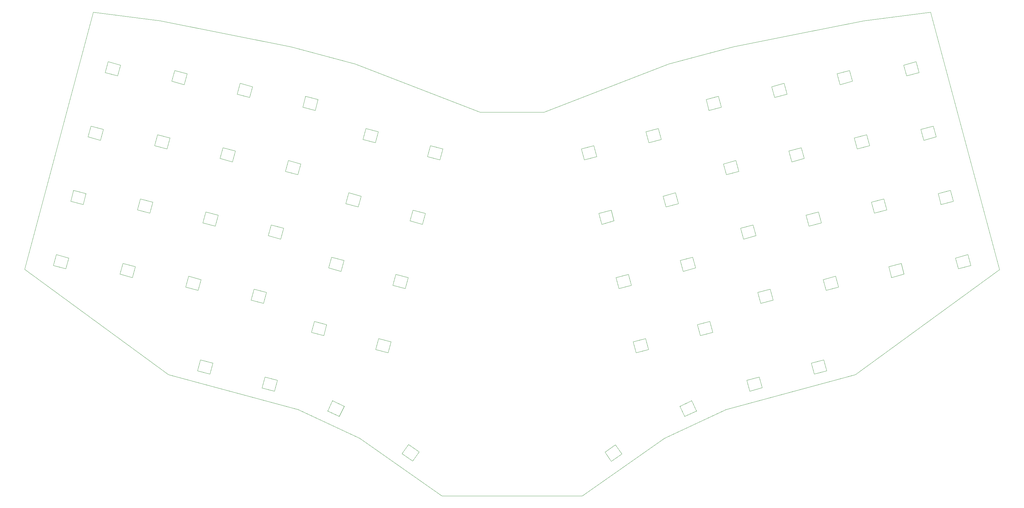
<source format=gm1>
G04 #@! TF.GenerationSoftware,KiCad,Pcbnew,9.0.7*
G04 #@! TF.CreationDate,2026-02-21T16:52:39+09:00*
G04 #@! TF.ProjectId,TrueStrike56,54727565-5374-4726-996b-6535362e6b69,rev?*
G04 #@! TF.SameCoordinates,Original*
G04 #@! TF.FileFunction,Profile,NP*
%FSLAX46Y46*%
G04 Gerber Fmt 4.6, Leading zero omitted, Abs format (unit mm)*
G04 Created by KiCad (PCBNEW 9.0.7) date 2026-02-21 16:52:39*
%MOMM*%
%LPD*%
G01*
G04 APERTURE LIST*
G04 #@! TA.AperFunction,Profile*
%ADD10C,0.050000*%
G04 #@! TD*
G04 #@! TA.AperFunction,Profile*
%ADD11C,0.120000*%
G04 #@! TD*
G04 APERTURE END LIST*
D10*
X337596977Y-36284878D02*
X357307371Y-109944881D01*
X156596574Y-149975276D02*
X119563372Y-140018480D01*
X261447774Y-158204874D02*
X237876571Y-174714872D01*
X119563372Y-140018480D02*
X78364574Y-109894077D01*
X237876571Y-174714872D02*
X197795373Y-174714874D01*
X174224176Y-158204874D02*
X156596574Y-149975276D01*
X154615373Y-46190877D02*
X173004972Y-51118472D01*
X173004972Y-51118472D02*
X208666567Y-64934970D01*
X357307371Y-109944881D02*
X316057774Y-140018475D01*
X98074974Y-36284875D02*
X117175772Y-38774069D01*
X135870174Y-42482478D02*
X154615373Y-46190877D01*
X279075370Y-149975281D02*
X261447774Y-158204874D01*
X262666976Y-51118477D02*
X281056571Y-46190873D01*
X281056571Y-46190873D02*
X299750973Y-42482475D01*
X316057774Y-140018475D02*
X279075370Y-149975281D01*
X78364574Y-109894077D02*
X98074974Y-36284875D01*
X318496172Y-38774073D02*
X337596977Y-36284878D01*
X299750973Y-42482475D02*
X318496172Y-38774073D01*
X197795373Y-174714874D02*
X174224176Y-158204874D01*
X208666567Y-64934970D02*
X227005373Y-64934966D01*
X117175772Y-38774069D02*
X135870174Y-42482478D01*
X227005373Y-64934966D02*
X262666976Y-51118477D01*
D11*
X247004673Y-96015968D02*
X246171275Y-92905687D01*
X247004673Y-96015968D02*
X243450067Y-96968421D01*
X246171275Y-92905687D02*
X242616669Y-93858140D01*
X242616669Y-93858140D02*
X243450067Y-96968421D01*
X256865672Y-132817741D02*
X256032274Y-129707460D01*
X256865672Y-132817741D02*
X253311066Y-133770194D01*
X256032274Y-129707460D02*
X252477668Y-130659913D01*
X252477668Y-130659913D02*
X253311066Y-133770194D01*
X270573299Y-150408991D02*
X269212468Y-147490680D01*
X267238086Y-151964226D02*
X270573299Y-150408991D01*
X265877255Y-149045915D02*
X269212468Y-147490680D01*
X265877255Y-149045915D02*
X267238086Y-151964226D01*
X277725496Y-63460527D02*
X276892098Y-60350246D01*
X274170890Y-64412980D02*
X277725496Y-63460527D01*
X273337492Y-61302699D02*
X276892098Y-60350246D01*
X273337492Y-61302699D02*
X274170890Y-64412980D01*
X301385578Y-78157648D02*
X300552180Y-75047367D01*
X301385578Y-78157648D02*
X297830972Y-79110101D01*
X300552180Y-75047367D02*
X296997574Y-75999820D01*
X296997574Y-75999820D02*
X297830972Y-79110101D01*
X95955997Y-88219876D02*
X92401390Y-87267422D01*
X95122600Y-91330158D02*
X95955997Y-88219876D01*
X95122600Y-91330158D02*
X91567993Y-90377704D01*
X92401390Y-87267422D02*
X91567993Y-90377704D01*
X339173455Y-71976815D02*
X338340057Y-68866534D01*
X339173455Y-71976815D02*
X335618849Y-72929268D01*
X338340057Y-68866534D02*
X334785451Y-69818987D01*
X334785451Y-69818987D02*
X335618849Y-72929268D01*
X119111388Y-75406325D02*
X119944785Y-72296043D01*
X116390178Y-71343589D02*
X119944785Y-72296043D01*
X116390178Y-71343589D02*
X115556781Y-74453871D01*
X115556781Y-74453871D02*
X119111388Y-75406325D01*
X146709549Y-119615647D02*
X147542946Y-116505365D01*
X143988339Y-115552911D02*
X147542946Y-116505365D01*
X143988339Y-115552911D02*
X143154942Y-118663193D01*
X143154942Y-118663193D02*
X146709549Y-119615647D01*
X329976175Y-111255641D02*
X329142777Y-108145360D01*
X329976175Y-111255641D02*
X326421569Y-112208094D01*
X329142777Y-108145360D02*
X325588171Y-109097813D01*
X325588171Y-109097813D02*
X326421569Y-112208094D01*
X179584902Y-70526752D02*
X176030295Y-69574298D01*
X178751505Y-73637034D02*
X179584902Y-70526752D01*
X178751505Y-73637034D02*
X175196898Y-72684580D01*
X176030295Y-69574298D02*
X175196898Y-72684580D01*
X307798395Y-138892368D02*
X306964997Y-135782087D01*
X304243789Y-139844821D02*
X307798395Y-138892368D01*
X303410391Y-136734540D02*
X306964997Y-135782087D01*
X303410391Y-136734540D02*
X304243789Y-139844821D01*
X182360875Y-133770201D02*
X183194272Y-130659919D01*
X179639665Y-129707465D02*
X183194272Y-130659919D01*
X179639665Y-129707465D02*
X178806268Y-132817747D01*
X178806268Y-132817747D02*
X182360875Y-133770201D01*
X270336059Y-109486356D02*
X269502661Y-106376075D01*
X266781453Y-110438809D02*
X270336059Y-109486356D01*
X265948055Y-107328528D02*
X269502661Y-106376075D01*
X265948055Y-107328528D02*
X266781453Y-110438809D01*
X251935174Y-114416849D02*
X251101776Y-111306568D01*
X248380568Y-115369302D02*
X251935174Y-114416849D01*
X247547170Y-112259021D02*
X251101776Y-111306568D01*
X247547170Y-112259021D02*
X248380568Y-115369302D01*
X189381740Y-164759488D02*
X191228656Y-162121819D01*
X188214176Y-160011058D02*
X191228656Y-162121819D01*
X188214176Y-160011058D02*
X186367260Y-162648727D01*
X186367260Y-162648727D02*
X189381740Y-164759488D01*
X163959993Y-128839685D02*
X164793390Y-125729403D01*
X161238783Y-124776949D02*
X164793390Y-125729403D01*
X161238783Y-124776949D02*
X160405386Y-127887231D01*
X160405386Y-127887231D02*
X163959993Y-128839685D01*
X249252021Y-162738005D02*
X247405105Y-160100336D01*
X246237541Y-164848766D02*
X249252021Y-162738005D01*
X244390625Y-162211097D02*
X247405105Y-160100336D01*
X244390625Y-162211097D02*
X246237541Y-164848766D01*
X173821002Y-92037920D02*
X174654399Y-88927638D01*
X171099792Y-87975184D02*
X174654399Y-88927638D01*
X171099792Y-87975184D02*
X170266395Y-91085466D01*
X170266395Y-91085466D02*
X173821002Y-92037920D01*
X133743863Y-94400709D02*
X130189256Y-93448255D01*
X132910466Y-97510991D02*
X133743863Y-94400709D01*
X132910466Y-97510991D02*
X129355859Y-96558537D01*
X130189256Y-93448255D02*
X129355859Y-96558537D01*
X162334459Y-61302715D02*
X158779852Y-60350261D01*
X161501062Y-64412997D02*
X162334459Y-61302715D01*
X161501062Y-64412997D02*
X157946455Y-63460543D01*
X158779852Y-60350261D02*
X157946455Y-63460543D01*
X260475051Y-72684578D02*
X259641653Y-69574297D01*
X256920445Y-73637031D02*
X260475051Y-72684578D01*
X256087047Y-70526750D02*
X259641653Y-69574297D01*
X256087047Y-70526750D02*
X256920445Y-73637031D01*
X306316082Y-96558532D02*
X305482684Y-93448251D01*
X302761476Y-97510985D02*
X306316082Y-96558532D01*
X301928078Y-94400704D02*
X305482684Y-93448251D01*
X301928078Y-94400704D02*
X302761476Y-97510985D01*
X292517000Y-118663188D02*
X291683602Y-115552907D01*
X292517000Y-118663188D02*
X288962394Y-119615641D01*
X291683602Y-115552907D02*
X288128996Y-116505360D01*
X288128996Y-116505360D02*
X288962394Y-119615641D01*
X127979966Y-115911877D02*
X128813363Y-112801595D01*
X125258756Y-111849141D02*
X128813363Y-112801595D01*
X125258756Y-111849141D02*
X124425359Y-114959423D01*
X124425359Y-114959423D02*
X127979966Y-115911877D01*
X149829033Y-144775335D02*
X150662430Y-141665053D01*
X147107823Y-140712599D02*
X150662430Y-141665053D01*
X147107823Y-140712599D02*
X146274426Y-143822881D01*
X146274426Y-143822881D02*
X149829033Y-144775335D01*
X265405556Y-91085470D02*
X264572158Y-87975189D01*
X265405556Y-91085470D02*
X261850950Y-92037923D01*
X264572158Y-87975189D02*
X261017552Y-88927642D01*
X261017552Y-88927642D02*
X261850950Y-92037923D01*
X115014288Y-90696925D02*
X111459681Y-89744471D01*
X114180891Y-93807207D02*
X115014288Y-90696925D01*
X114180891Y-93807207D02*
X110626284Y-92854753D01*
X111459681Y-89744471D02*
X110626284Y-92854753D01*
X109250381Y-112208096D02*
X110083778Y-109097814D01*
X106529171Y-108145360D02*
X110083778Y-109097814D01*
X106529171Y-108145360D02*
X105695774Y-111255642D01*
X105695774Y-111255642D02*
X109250381Y-112208096D01*
X169723896Y-107328514D02*
X166169289Y-106376060D01*
X168890499Y-110438796D02*
X169723896Y-107328514D01*
X168890499Y-110438796D02*
X165335892Y-109486342D01*
X166169289Y-106376060D02*
X165335892Y-109486342D01*
X349034462Y-108778577D02*
X348201064Y-105668296D01*
X349034462Y-108778577D02*
X345479856Y-109731030D01*
X348201064Y-105668296D02*
X344646458Y-106620749D01*
X344646458Y-106620749D02*
X345479856Y-109731030D01*
X344103959Y-90377697D02*
X343270561Y-87267416D01*
X340549353Y-91330150D02*
X344103959Y-90377697D01*
X339715955Y-88219869D02*
X343270561Y-87267416D01*
X339715955Y-88219869D02*
X340549353Y-91330150D01*
X325045669Y-92854760D02*
X324212271Y-89744479D01*
X321491063Y-93807213D02*
X325045669Y-92854760D01*
X320657665Y-90696932D02*
X324212271Y-89744479D01*
X320657665Y-90696932D02*
X321491063Y-93807213D01*
X156570567Y-82813871D02*
X157403964Y-79703589D01*
X153849357Y-78751135D02*
X157403964Y-79703589D01*
X153849357Y-78751135D02*
X153015960Y-81861417D01*
X153015960Y-81861417D02*
X156570567Y-82813871D01*
X311246585Y-114959413D02*
X310413187Y-111849132D01*
X311246585Y-114959413D02*
X307691979Y-115911866D01*
X310413187Y-111849132D02*
X306858581Y-112801585D01*
X306858581Y-112801585D02*
X307691979Y-115911866D01*
X242074165Y-77615073D02*
X241240767Y-74504792D01*
X238519559Y-78567526D02*
X242074165Y-77615073D01*
X237686161Y-75457245D02*
X241240767Y-74504792D01*
X237686161Y-75457245D02*
X238519559Y-78567526D01*
X124875287Y-53895147D02*
X121320680Y-52942693D01*
X124041890Y-57005429D02*
X124875287Y-53895147D01*
X124041890Y-57005429D02*
X120487283Y-56052975D01*
X121320680Y-52942693D02*
X120487283Y-56052975D01*
X275266565Y-127887238D02*
X274433167Y-124776957D01*
X275266565Y-127887238D02*
X271711959Y-128839691D01*
X274433167Y-124776957D02*
X270878561Y-125729410D01*
X270878561Y-125729410D02*
X271711959Y-128839691D01*
X131428165Y-139844831D02*
X132261562Y-136734549D01*
X128706955Y-135782095D02*
X132261562Y-136734549D01*
X128706955Y-135782095D02*
X127873558Y-138892377D01*
X127873558Y-138892377D02*
X131428165Y-139844831D01*
X90192094Y-109731042D02*
X91025491Y-106620760D01*
X87470884Y-105668306D02*
X91025491Y-106620760D01*
X87470884Y-105668306D02*
X86637487Y-108778588D01*
X86637487Y-108778588D02*
X90192094Y-109731042D01*
X168433861Y-151964232D02*
X169794692Y-149045921D01*
X166459479Y-147490686D02*
X169794692Y-149045921D01*
X166459479Y-147490686D02*
X165098648Y-150408997D01*
X165098648Y-150408997D02*
X168433861Y-151964232D01*
X188124771Y-112259028D02*
X184570164Y-111306574D01*
X187291374Y-115369310D02*
X188124771Y-112259028D01*
X187291374Y-115369310D02*
X183736767Y-114416856D01*
X184570164Y-111306574D02*
X183736767Y-114416856D01*
X289385410Y-143777681D02*
X288552012Y-140667400D01*
X285830804Y-144730134D02*
X289385410Y-143777681D01*
X284997406Y-141619853D02*
X288552012Y-140667400D01*
X284997406Y-141619853D02*
X285830804Y-144730134D01*
X315184657Y-56052979D02*
X314351259Y-52942698D01*
X311630051Y-57005432D02*
X315184657Y-56052979D01*
X310796653Y-53895151D02*
X314351259Y-52942698D01*
X310796653Y-53895151D02*
X311630051Y-57005432D01*
X105817004Y-51418095D02*
X102262397Y-50465641D01*
X104983607Y-54528377D02*
X105817004Y-51418095D01*
X104983607Y-54528377D02*
X101429000Y-53575923D01*
X102262397Y-50465641D02*
X101429000Y-53575923D01*
X287586500Y-100262300D02*
X286753102Y-97152019D01*
X284031894Y-101214753D02*
X287586500Y-100262300D01*
X283198496Y-98104472D02*
X286753102Y-97152019D01*
X283198496Y-98104472D02*
X284031894Y-101214753D01*
X296455082Y-59756757D02*
X295621684Y-56646476D01*
X292900476Y-60709210D02*
X296455082Y-59756757D01*
X292067078Y-57598929D02*
X295621684Y-56646476D01*
X292067078Y-57598929D02*
X292900476Y-60709210D01*
X282655999Y-81861414D02*
X281822601Y-78751133D01*
X282655999Y-81861414D02*
X279101393Y-82813867D01*
X281822601Y-78751133D02*
X278267995Y-79703586D01*
X278267995Y-79703586D02*
X279101393Y-82813867D01*
X137840978Y-79110097D02*
X138674375Y-75999815D01*
X135119768Y-75047361D02*
X138674375Y-75999815D01*
X135119768Y-75047361D02*
X134286371Y-78157643D01*
X134286371Y-78157643D02*
X137840978Y-79110097D01*
X152473457Y-98104482D02*
X148918850Y-97152028D01*
X151640060Y-101214764D02*
X152473457Y-98104482D01*
X151640060Y-101214764D02*
X148085453Y-100262310D01*
X148918850Y-97152028D02*
X148085453Y-100262310D01*
X192221885Y-96968423D02*
X193055282Y-93858141D01*
X189500675Y-92905687D02*
X193055282Y-93858141D01*
X189500675Y-92905687D02*
X188667278Y-96015969D01*
X188667278Y-96015969D02*
X192221885Y-96968423D01*
X143604873Y-57598936D02*
X140050266Y-56646482D01*
X142771476Y-60709218D02*
X143604873Y-57598936D01*
X142771476Y-60709218D02*
X139216869Y-59756764D01*
X140050266Y-56646482D02*
X139216869Y-59756764D01*
X320115165Y-74453865D02*
X319281767Y-71343584D01*
X320115165Y-74453865D02*
X316560559Y-75406318D01*
X319281767Y-71343584D02*
X315727161Y-72296037D01*
X315727161Y-72296037D02*
X316560559Y-75406318D01*
X100053099Y-72929263D02*
X100886496Y-69818981D01*
X97331889Y-68866527D02*
X100886496Y-69818981D01*
X97331889Y-68866527D02*
X96498492Y-71976809D01*
X96498492Y-71976809D02*
X100053099Y-72929263D01*
X334242951Y-53575923D02*
X333409553Y-50465642D01*
X330688345Y-54528376D02*
X334242951Y-53575923D01*
X329854947Y-51418095D02*
X333409553Y-50465642D01*
X329854947Y-51418095D02*
X330688345Y-54528376D01*
X197985778Y-75457245D02*
X194431171Y-74504791D01*
X197152381Y-78567527D02*
X197985778Y-75457245D01*
X197152381Y-78567527D02*
X193597774Y-77615073D01*
X194431171Y-74504791D02*
X193597774Y-77615073D01*
M02*

</source>
